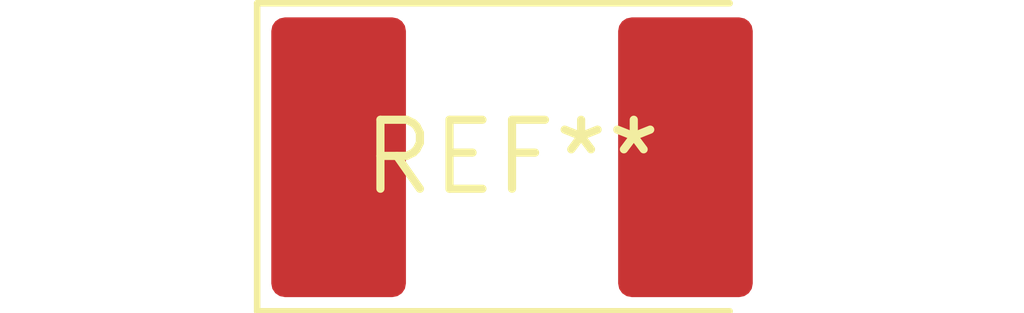
<source format=kicad_pcb>
(kicad_pcb (version 20240108) (generator pcbnew)
  (layers (0 "F.Cu" signal) (31 "B.Cu" signal) (34 "B.Paste" user) (35 "F.Paste" user) (36 "B.SilkS" user "B.Silkscreen") (37 "F.SilkS" user "F.Silkscreen") (38 "B.Mask" user) (39 "F.Mask" user) (44 "Edge.Cuts" user))
  (net 0 "")
  (footprint "D_3220_8050Metric" (layer "F.Cu") (at 0 0)
    (property "Reference" "REF**")
    (property "Value" "D_3220_8050Metric")
    (fp_line (start -4.685 -2.835) (end -4.685 2.835) (layer "F.SilkS") (stroke (width 0.12)))
    (fp_line (start -4.685 2.835) (end 4 2.835) (layer "F.SilkS") (stroke (width 0.12)))
    (fp_line (start 4 -2.835) (end -4.685 -2.835) (layer "F.SilkS") (stroke (width 0.12)))
    (pad "1" smd roundrect (at -3.1875 0) (size 2.475 5.15) (layers "F.Cu" "F.Paste" "F.Mask") (roundrect_rratio 0.10101))
    (pad "2" smd roundrect (at 3.1875 0) (size 2.475 5.15) (layers "F.Cu" "F.Paste" "F.Mask") (roundrect_rratio 0.10101))
  )
)
</source>
